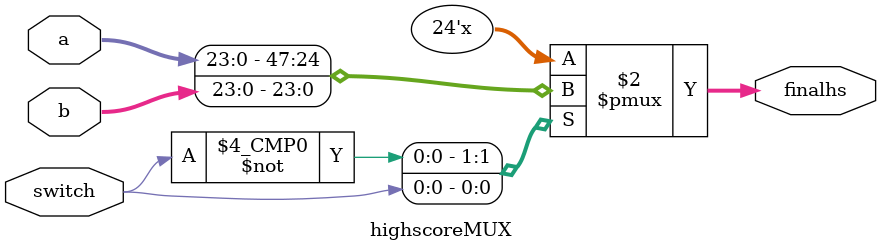
<source format=v>
module multiplexer(a,b,switch,result);
	input [3:0]a;
	input [3:0]b;
	input switch;
	output reg [3:0]result;
	
	
	always@(a, b, switch)
	
	case(switch)
			0 : result[3:0] <= a[3:0];
			1 : result[3:0] <= b[3:0];
		endcase
	
	
endmodule 


//multiplexer for highest score in each game

module highscoreMUX (a,b,switch,finalhs);
	
	input switch;
	input [23:0]a;
	input [23:0]b;
	
	output reg [23:0]finalhs;
	
	
	always@(a, b, switch)
		case(switch)
			0 : finalhs[23:0] <= a[23:0];
			1 : finalhs[23:0] <= b[23:0];
		endcase
	
	
endmodule 
</source>
